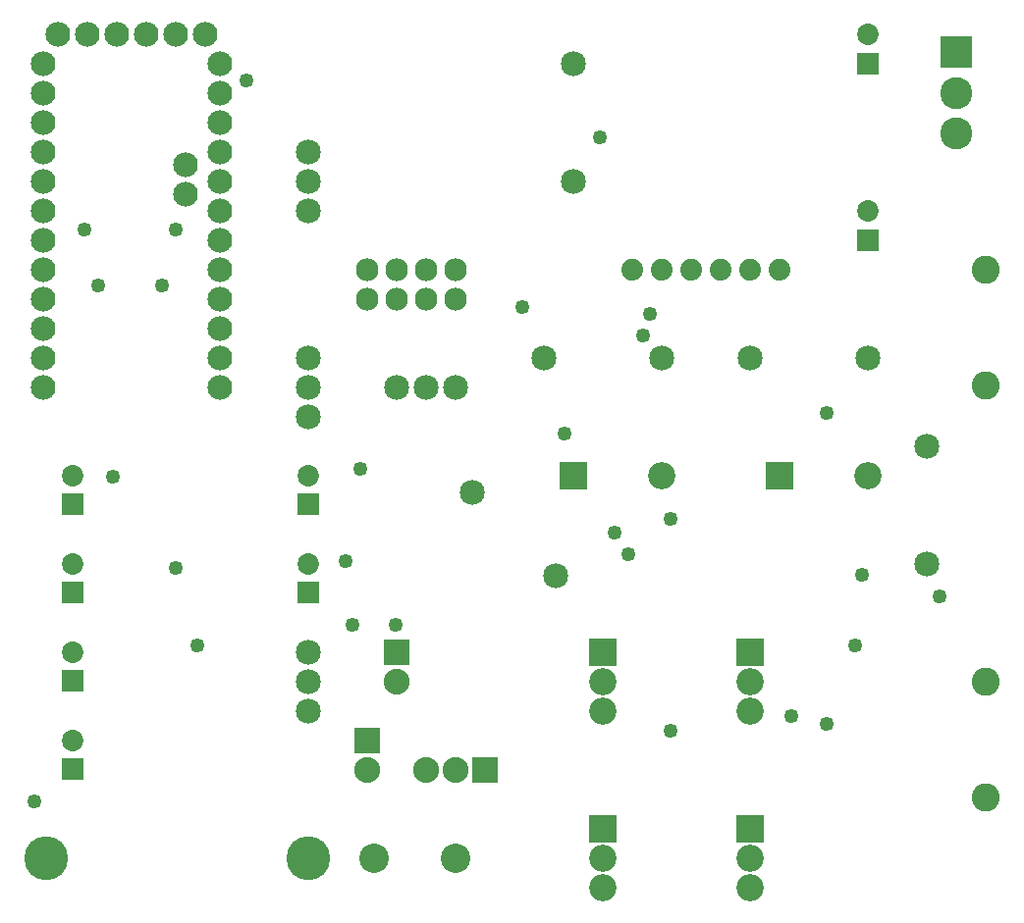
<source format=gts>
G04 MADE WITH FRITZING*
G04 WWW.FRITZING.ORG*
G04 DOUBLE SIDED*
G04 HOLES PLATED*
G04 CONTOUR ON CENTER OF CONTOUR VECTOR*
%ASAXBY*%
%FSLAX23Y23*%
%MOIN*%
%OFA0B0*%
%SFA1.0B1.0*%
%ADD10C,0.049370*%
%ADD11C,0.088000*%
%ADD12C,0.072992*%
%ADD13C,0.085000*%
%ADD14C,0.084000*%
%ADD15C,0.074000*%
%ADD16C,0.095437*%
%ADD17C,0.092000*%
%ADD18C,0.100000*%
%ADD19C,0.077278*%
%ADD20C,0.148890*%
%ADD21C,0.109055*%
%ADD22R,0.088000X0.088000*%
%ADD23R,0.072992X0.072992*%
%ADD24R,0.092000X0.092000*%
%ADD25R,0.109055X0.109055*%
%LNMASK1*%
G90*
G70*
G54D10*
X2220Y1454D03*
X1860Y1742D03*
X540Y2438D03*
X492Y2246D03*
X324Y1598D03*
X228Y2438D03*
X276Y2246D03*
X1116Y1310D03*
X1164Y1622D03*
X2124Y2078D03*
X1284Y1094D03*
X1140Y1094D03*
X2220Y734D03*
X612Y1022D03*
X540Y1286D03*
X2028Y1406D03*
X2748Y1814D03*
X2628Y782D03*
X1716Y2174D03*
X2148Y2150D03*
X2748Y758D03*
X60Y494D03*
X780Y2942D03*
X2844Y1022D03*
X2868Y1262D03*
X2076Y1334D03*
X1980Y2750D03*
X3132Y1190D03*
G54D11*
X1288Y1001D03*
X1288Y901D03*
G54D12*
X2888Y2401D03*
X2888Y2500D03*
X2888Y3001D03*
X2888Y3100D03*
G54D13*
X1888Y3001D03*
X1888Y2601D03*
G54D14*
X638Y3101D03*
X538Y3101D03*
X438Y3101D03*
X338Y3101D03*
X238Y3101D03*
X138Y3101D03*
X688Y3001D03*
X688Y2901D03*
X688Y2801D03*
X688Y2701D03*
X688Y2601D03*
X573Y2656D03*
X573Y2556D03*
X688Y2501D03*
X688Y2401D03*
X688Y2301D03*
X688Y2201D03*
X688Y2101D03*
X688Y2001D03*
X688Y1901D03*
X88Y1901D03*
X88Y2001D03*
X88Y2101D03*
X88Y2201D03*
X88Y2301D03*
X88Y2401D03*
X88Y2501D03*
X88Y2601D03*
X88Y2701D03*
X88Y2801D03*
X88Y2901D03*
X88Y3001D03*
G54D15*
X2588Y2301D03*
X2488Y2301D03*
X2388Y2301D03*
X2288Y2301D03*
X2188Y2301D03*
X2088Y2301D03*
G54D16*
X3288Y508D03*
X3288Y901D03*
X3288Y508D03*
X3288Y901D03*
X3288Y1908D03*
X3288Y2301D03*
X3288Y1908D03*
X3288Y2301D03*
G54D17*
X1988Y401D03*
X1988Y301D03*
X1988Y201D03*
X1988Y1001D03*
X1988Y901D03*
X1988Y801D03*
X2488Y401D03*
X2488Y301D03*
X2488Y201D03*
X2488Y1001D03*
X2488Y901D03*
X2488Y801D03*
G54D13*
X1788Y2001D03*
X2188Y2001D03*
X3088Y1701D03*
X3088Y1301D03*
X2488Y2001D03*
X2888Y2001D03*
X1546Y1543D03*
X1829Y1260D03*
G54D17*
X1888Y1601D03*
X2188Y1601D03*
X2588Y1601D03*
X2888Y1601D03*
G54D18*
X1488Y301D03*
X1212Y301D03*
X1488Y301D03*
X1212Y301D03*
G54D19*
X1188Y2301D03*
X1288Y2301D03*
X1388Y2301D03*
X1488Y2301D03*
X1188Y2201D03*
X1288Y2201D03*
X1388Y2201D03*
X1488Y2201D03*
G54D20*
X99Y301D03*
X988Y301D03*
G54D11*
X1588Y601D03*
X1488Y601D03*
X1388Y601D03*
X1188Y701D03*
X1188Y601D03*
G54D13*
X1288Y1901D03*
X1388Y1901D03*
X1488Y1901D03*
G54D12*
X188Y903D03*
X188Y1001D03*
X188Y603D03*
X188Y701D03*
X188Y1503D03*
X188Y1601D03*
X188Y1203D03*
X188Y1301D03*
G54D13*
X988Y1001D03*
X988Y901D03*
X988Y801D03*
G54D12*
X988Y1503D03*
X988Y1601D03*
X988Y1203D03*
X988Y1301D03*
G54D13*
X988Y2001D03*
X988Y1901D03*
X988Y1801D03*
X988Y2701D03*
X988Y2601D03*
X988Y2501D03*
G54D21*
X3188Y3039D03*
X3188Y2901D03*
X3188Y2764D03*
G54D22*
X1288Y1001D03*
G54D23*
X2888Y2401D03*
X2888Y3001D03*
G54D24*
X1988Y401D03*
X1988Y1001D03*
X2488Y401D03*
X2488Y1001D03*
X1888Y1601D03*
X2588Y1601D03*
G54D22*
X1588Y601D03*
X1188Y701D03*
G54D23*
X188Y903D03*
X188Y603D03*
X188Y1503D03*
X188Y1203D03*
X988Y1503D03*
X988Y1203D03*
G54D25*
X3188Y3039D03*
G04 End of Mask1*
M02*
</source>
